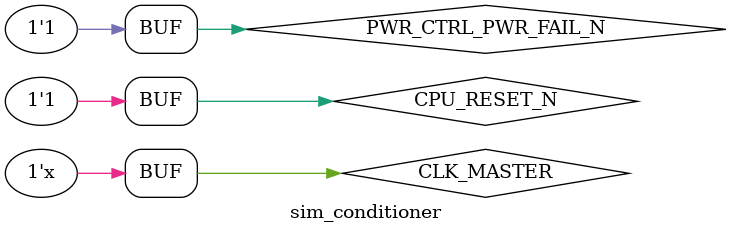
<source format=v>

module sim_conditioner();

// INPUTS

// OUTPUTS

// INOUTS
	
    `include "parameters_global.v"	
    //`include "parameters_ram.v"

// SIGNAL DECLARATIONS EXTERNAL
    reg CLK_MASTER;
    reg CPU_RESET_N;


    reg PWR_CTRL_PWR_FAIL_N;
    wire uut_pwr_fail;    
    
    
    
    initial
        begin
            CLK_MASTER = 0;
            CPU_RESET_N = 1;
            PWR_CTRL_PWR_FAIL_N = 1;

            #20 
            CPU_RESET_N = 0;
            #80 
            CPU_RESET_N = 1;

            #200
            PWR_CTRL_PWR_FAIL_N = 0;
            #100
            PWR_CTRL_PWR_FAIL_N = 1;            
            
        end
        
        
    always #10 CLK_MASTER = ~CLK_MASTER; // 50Mhz main clock // period 20ns    
   
           
    conditioner co1 (
        .clk(CLK_MASTER),
        .reset_n(CPU_RESET_N),
        .input_async(PWR_CTRL_PWR_FAIL_N), // driven by pwr_ctrl. if HL-edge -> power fail alarm
        .output_edge(uut_pwr_fail), // H for one clock period when edge detected
        .edge_detect(edge_falling) // input, set to edge_detect falling edge
        );
            
    
endmodule

</source>
